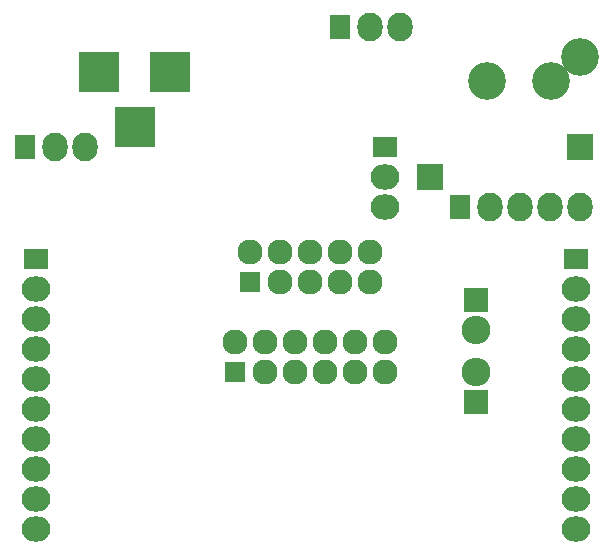
<source format=gbr>
G04 #@! TF.GenerationSoftware,KiCad,Pcbnew,5.0.0-rc2*
G04 #@! TF.CreationDate,2019-01-06T03:01:11-05:00*
G04 #@! TF.ProjectId,msp_shield,6D73705F736869656C642E6B69636164,rev?*
G04 #@! TF.SameCoordinates,Original*
G04 #@! TF.FileFunction,Soldermask,Bot*
G04 #@! TF.FilePolarity,Negative*
%FSLAX46Y46*%
G04 Gerber Fmt 4.6, Leading zero omitted, Abs format (unit mm)*
G04 Created by KiCad (PCBNEW 5.0.0-rc2) date Sun Jan  6 03:01:11 2019*
%MOMM*%
%LPD*%
G01*
G04 APERTURE LIST*
%ADD10R,2.032000X1.727200*%
%ADD11O,2.432000X2.127200*%
%ADD12R,3.500120X3.500120*%
%ADD13C,3.200000*%
%ADD14R,2.235200X2.235200*%
%ADD15R,1.727200X2.032000*%
%ADD16O,2.127200X2.432000*%
%ADD17R,2.032000X2.032000*%
%ADD18O,2.432000X2.432000*%
%ADD19R,1.727200X1.727200*%
%ADD20O,2.127200X2.127200*%
G04 APERTURE END LIST*
D10*
G04 #@! TO.C,P2*
X114001774Y-84436646D03*
D11*
X114001774Y-86976646D03*
X114001774Y-89516646D03*
X114001774Y-92056646D03*
X114001774Y-94596646D03*
X114001774Y-97136646D03*
X114001774Y-99676646D03*
X114001774Y-102216646D03*
X114001774Y-104756646D03*
X114001774Y-107296646D03*
G04 #@! TD*
D12*
G04 #@! TO.C,CON1*
X125326140Y-68580000D03*
X119326660Y-68580000D03*
X122326400Y-73279000D03*
G04 #@! TD*
D13*
G04 #@! TO.C,J1*
X160020000Y-67310000D03*
X157620000Y-69310000D03*
X152120000Y-69310000D03*
G04 #@! TD*
D10*
G04 #@! TO.C,P1*
X159721774Y-84436646D03*
D11*
X159721774Y-86976646D03*
X159721774Y-89516646D03*
X159721774Y-92056646D03*
X159721774Y-94596646D03*
X159721774Y-97136646D03*
X159721774Y-99676646D03*
X159721774Y-102216646D03*
X159721774Y-104756646D03*
X159721774Y-107296646D03*
G04 #@! TD*
D14*
G04 #@! TO.C,P3*
X147320000Y-77470000D03*
G04 #@! TD*
G04 #@! TO.C,P4*
X160020000Y-74930000D03*
G04 #@! TD*
D15*
G04 #@! TO.C,P5*
X149860000Y-80010000D03*
D16*
X152400000Y-80010000D03*
X154940000Y-80010000D03*
X157480000Y-80010000D03*
X160020000Y-80010000D03*
G04 #@! TD*
G04 #@! TO.C,P6*
X118110000Y-74930000D03*
X115570000Y-74930000D03*
D15*
X113030000Y-74930000D03*
G04 #@! TD*
G04 #@! TO.C,P7*
X139700000Y-64770000D03*
D16*
X142240000Y-64770000D03*
X144780000Y-64770000D03*
G04 #@! TD*
D10*
G04 #@! TO.C,P8*
X143510000Y-74930000D03*
D11*
X143510000Y-77470000D03*
X143510000Y-80010000D03*
G04 #@! TD*
D17*
G04 #@! TO.C,P9*
X151258333Y-87927500D03*
D18*
X151258333Y-90467500D03*
G04 #@! TD*
G04 #@! TO.C,P10*
X151258333Y-93980000D03*
D17*
X151258333Y-96520000D03*
G04 #@! TD*
D19*
G04 #@! TO.C,P11*
X132080000Y-86360000D03*
D20*
X132080000Y-83820000D03*
X134620000Y-86360000D03*
X134620000Y-83820000D03*
X137160000Y-86360000D03*
X137160000Y-83820000D03*
X139700000Y-86360000D03*
X139700000Y-83820000D03*
X142240000Y-86360000D03*
X142240000Y-83820000D03*
G04 #@! TD*
D19*
G04 #@! TO.C,P12*
X130810000Y-93980000D03*
D20*
X130810000Y-91440000D03*
X133350000Y-93980000D03*
X133350000Y-91440000D03*
X135890000Y-93980000D03*
X135890000Y-91440000D03*
X138430000Y-93980000D03*
X138430000Y-91440000D03*
X140970000Y-93980000D03*
X140970000Y-91440000D03*
X143510000Y-93980000D03*
X143510000Y-91440000D03*
G04 #@! TD*
M02*

</source>
